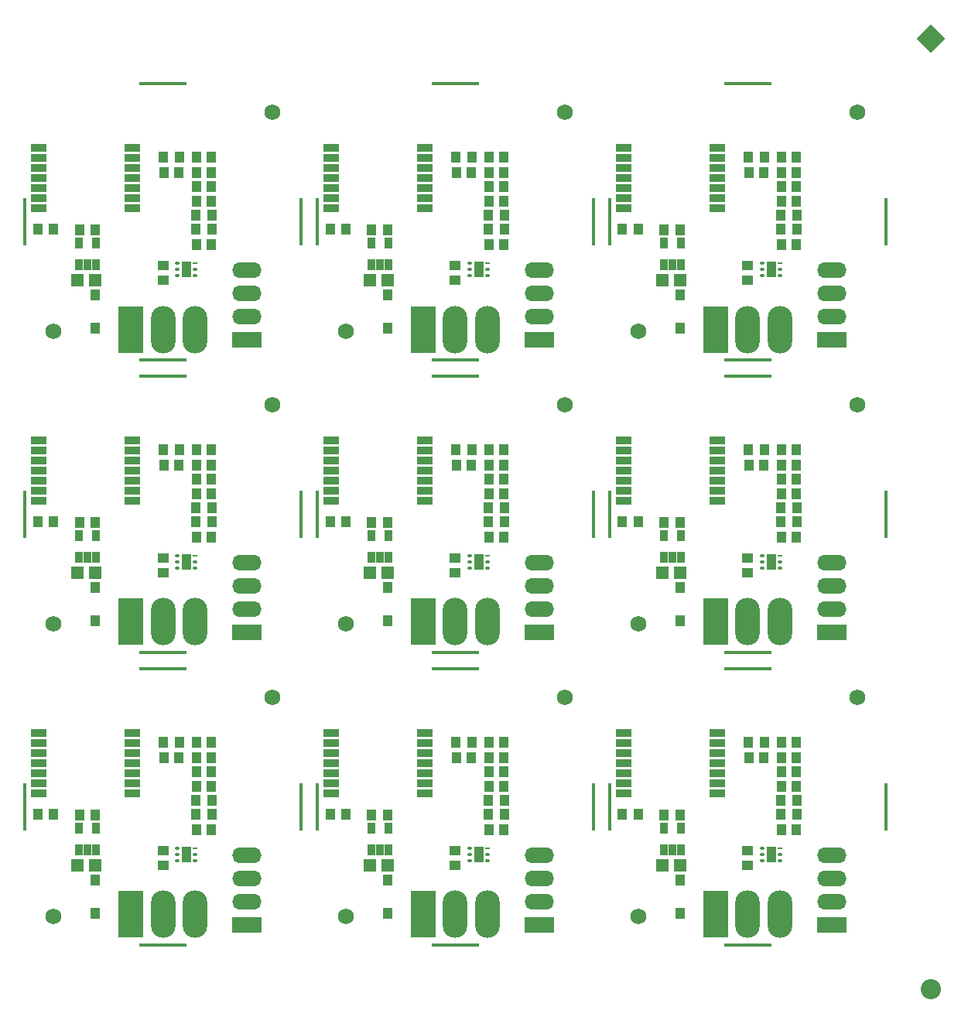
<source format=gbs>
G04*
G04 #@! TF.GenerationSoftware,Altium Limited,Altium Designer,23.5.1 (21)*
G04*
G04 Layer_Color=16711935*
%FSAX44Y44*%
%MOMM*%
G71*
G04*
G04 #@! TF.SameCoordinates,899CF12F-B0FD-4176-B9D3-CD2A61966E73*
G04*
G04*
G04 #@! TF.FilePolarity,Negative*
G04*
G01*
G75*
G04:AMPARAMS|DCode=24|XSize=0.5561mm|YSize=0.2925mm|CornerRadius=0.1462mm|HoleSize=0mm|Usage=FLASHONLY|Rotation=180.000|XOffset=0mm|YOffset=0mm|HoleType=Round|Shape=RoundedRectangle|*
%AMROUNDEDRECTD24*
21,1,0.5561,0.0000,0,0,180.0*
21,1,0.2636,0.2925,0,0,180.0*
1,1,0.2925,-0.1318,0.0000*
1,1,0.2925,0.1318,0.0000*
1,1,0.2925,0.1318,0.0000*
1,1,0.2925,-0.1318,0.0000*
%
%ADD24ROUNDEDRECTD24*%
%ADD25R,0.5561X0.2925*%
%ADD26R,1.1000X1.7000*%
%ADD40P,3.1158X4X270.0*%
%ADD41C,2.2032*%
%ADD43R,1.3032X1.0032*%
%ADD45C,0.4032*%
%ADD46C,1.7272*%
%ADD47O,2.7032X5.2032*%
%ADD48R,2.7032X5.2032*%
%ADD49R,0.8532X1.3032*%
%ADD50R,1.0032X1.1682*%
%ADD51R,1.3462X1.4732*%
%ADD52R,1.0032X1.3032*%
%ADD53R,1.0032X1.2032*%
%ADD54R,1.7032X0.9032*%
%ADD55R,3.2032X1.7032*%
%ADD56O,3.2032X1.7032*%
D24*
X00235718Y00174235D02*
D03*
Y00167736D02*
D03*
Y00161235D02*
D03*
X00255278D02*
D03*
Y00167736D02*
D03*
X00555718Y00174235D02*
D03*
Y00167736D02*
D03*
Y00161235D02*
D03*
X00575279D02*
D03*
Y00167736D02*
D03*
X00875718Y00174235D02*
D03*
Y00167736D02*
D03*
Y00161235D02*
D03*
X00895279D02*
D03*
Y00167736D02*
D03*
X00235718Y00494236D02*
D03*
Y00487736D02*
D03*
Y00481236D02*
D03*
X00255278D02*
D03*
Y00487736D02*
D03*
X00555718Y00494236D02*
D03*
Y00487736D02*
D03*
Y00481236D02*
D03*
X00575279D02*
D03*
Y00487736D02*
D03*
X00875718Y00494236D02*
D03*
Y00487736D02*
D03*
Y00481236D02*
D03*
X00895279D02*
D03*
Y00487736D02*
D03*
X00235718Y00814236D02*
D03*
Y00807736D02*
D03*
Y00801236D02*
D03*
X00255278D02*
D03*
Y00807736D02*
D03*
X00555718Y00814236D02*
D03*
Y00807736D02*
D03*
Y00801236D02*
D03*
X00575279D02*
D03*
Y00807736D02*
D03*
X00875718Y00814236D02*
D03*
Y00807736D02*
D03*
Y00801236D02*
D03*
X00895279D02*
D03*
Y00807736D02*
D03*
D25*
X00255278Y00174235D02*
D03*
X00575279D02*
D03*
X00895279D02*
D03*
X00255278Y00494236D02*
D03*
X00575279D02*
D03*
X00895279D02*
D03*
X00255278Y00814236D02*
D03*
X00575279D02*
D03*
X00895279D02*
D03*
D26*
X00245498Y00167736D02*
D03*
X00565499D02*
D03*
X00885499D02*
D03*
X00245498Y00487736D02*
D03*
X00565499D02*
D03*
X00885499D02*
D03*
X00245498Y00807736D02*
D03*
X00565499D02*
D03*
X00885499D02*
D03*
D40*
X01060000Y01060000D02*
D03*
D41*
X01060001Y00020000D02*
D03*
D43*
X00220000Y00155698D02*
D03*
Y00171698D02*
D03*
X00540000Y00155698D02*
D03*
Y00171698D02*
D03*
X00860001Y00155698D02*
D03*
Y00171698D02*
D03*
X00220000Y00475698D02*
D03*
Y00491698D02*
D03*
X00540000Y00475698D02*
D03*
Y00491698D02*
D03*
X00860001Y00475698D02*
D03*
Y00491698D02*
D03*
X00220000Y00795698D02*
D03*
Y00811698D02*
D03*
X00540000Y00795698D02*
D03*
Y00811698D02*
D03*
X00860001Y00795698D02*
D03*
Y00811698D02*
D03*
D45*
X00244000Y00370998D02*
D03*
X00241000D02*
D03*
X00238000Y00370998D02*
D03*
X00235000Y00370998D02*
D03*
X00232000D02*
D03*
X00229000Y00370998D02*
D03*
X00226000Y00370998D02*
D03*
X00223000D02*
D03*
X00220000D02*
D03*
X00217000D02*
D03*
X00214000Y00370998D02*
D03*
X00211000Y00370998D02*
D03*
X00202000D02*
D03*
X00205000Y00370998D02*
D03*
X00208000Y00370998D02*
D03*
X00199000Y00370998D02*
D03*
X00196000Y00370998D02*
D03*
X00196000Y00069002D02*
D03*
X00199000D02*
D03*
X00202000Y00069002D02*
D03*
X00205000Y00069002D02*
D03*
X00208000D02*
D03*
X00211000Y00069002D02*
D03*
X00214000Y00069002D02*
D03*
X00217000D02*
D03*
X00220000D02*
D03*
X00223000D02*
D03*
X00226000Y00069002D02*
D03*
X00229000Y00069002D02*
D03*
X00238000D02*
D03*
X00235000Y00069002D02*
D03*
X00232000Y00069002D02*
D03*
X00241000Y00069002D02*
D03*
X00244000Y00069002D02*
D03*
X00370998Y00196000D02*
D03*
Y00199000D02*
D03*
Y00202000D02*
D03*
Y00205000D02*
D03*
Y00208000D02*
D03*
Y00211000D02*
D03*
Y00214000D02*
D03*
Y00217000D02*
D03*
Y00220000D02*
D03*
Y00223000D02*
D03*
Y00226000D02*
D03*
Y00229000D02*
D03*
Y00238000D02*
D03*
Y00235000D02*
D03*
Y00232000D02*
D03*
Y00241000D02*
D03*
Y00244000D02*
D03*
X00069002Y00196000D02*
D03*
Y00199000D02*
D03*
Y00208000D02*
D03*
Y00205000D02*
D03*
Y00202000D02*
D03*
Y00211000D02*
D03*
Y00214000D02*
D03*
Y00217000D02*
D03*
Y00220000D02*
D03*
Y00223000D02*
D03*
Y00226000D02*
D03*
Y00229000D02*
D03*
Y00232000D02*
D03*
Y00235000D02*
D03*
Y00238000D02*
D03*
Y00241000D02*
D03*
Y00244000D02*
D03*
X00564000Y00370998D02*
D03*
X00561000D02*
D03*
X00558000Y00370998D02*
D03*
X00555000Y00370998D02*
D03*
X00552000D02*
D03*
X00549000Y00370998D02*
D03*
X00546000Y00370998D02*
D03*
X00543000D02*
D03*
X00540000D02*
D03*
X00537000D02*
D03*
X00534000Y00370998D02*
D03*
X00531000Y00370998D02*
D03*
X00522000D02*
D03*
X00525000Y00370998D02*
D03*
X00528000Y00370998D02*
D03*
X00519000Y00370998D02*
D03*
X00516000Y00370998D02*
D03*
X00516000Y00069002D02*
D03*
X00519000D02*
D03*
X00522000Y00069002D02*
D03*
X00525000Y00069002D02*
D03*
X00528000D02*
D03*
X00531000Y00069002D02*
D03*
X00534000Y00069002D02*
D03*
X00537000D02*
D03*
X00540000D02*
D03*
X00543000D02*
D03*
X00546000Y00069002D02*
D03*
X00549000Y00069002D02*
D03*
X00558000D02*
D03*
X00555000Y00069002D02*
D03*
X00552000Y00069002D02*
D03*
X00561000Y00069002D02*
D03*
X00564000Y00069002D02*
D03*
X00690998Y00196000D02*
D03*
Y00199000D02*
D03*
Y00202000D02*
D03*
Y00205000D02*
D03*
Y00208000D02*
D03*
Y00211000D02*
D03*
Y00214000D02*
D03*
Y00217000D02*
D03*
Y00220000D02*
D03*
Y00223000D02*
D03*
Y00226000D02*
D03*
Y00229000D02*
D03*
Y00238000D02*
D03*
Y00235000D02*
D03*
Y00232000D02*
D03*
Y00241000D02*
D03*
Y00244000D02*
D03*
X00389003Y00196000D02*
D03*
Y00199000D02*
D03*
Y00208000D02*
D03*
Y00205000D02*
D03*
Y00202000D02*
D03*
Y00211000D02*
D03*
Y00214000D02*
D03*
Y00217000D02*
D03*
Y00220000D02*
D03*
Y00223000D02*
D03*
Y00226000D02*
D03*
Y00229000D02*
D03*
Y00232000D02*
D03*
Y00235000D02*
D03*
Y00238000D02*
D03*
Y00241000D02*
D03*
Y00244000D02*
D03*
X00884001Y00370998D02*
D03*
X00881001D02*
D03*
X00878001Y00370998D02*
D03*
X00875001Y00370998D02*
D03*
X00872001D02*
D03*
X00869001Y00370998D02*
D03*
X00866001Y00370998D02*
D03*
X00863001D02*
D03*
X00860001D02*
D03*
X00857001D02*
D03*
X00854001Y00370998D02*
D03*
X00851001Y00370998D02*
D03*
X00842001D02*
D03*
X00845001Y00370998D02*
D03*
X00848001Y00370998D02*
D03*
X00839001Y00370998D02*
D03*
X00836001Y00370998D02*
D03*
X00836001Y00069002D02*
D03*
X00839001D02*
D03*
X00842001Y00069002D02*
D03*
X00845001Y00069002D02*
D03*
X00848001D02*
D03*
X00851001Y00069002D02*
D03*
X00854001Y00069002D02*
D03*
X00857001D02*
D03*
X00860001D02*
D03*
X00863001D02*
D03*
X00866001Y00069002D02*
D03*
X00869001Y00069002D02*
D03*
X00878001D02*
D03*
X00875001Y00069002D02*
D03*
X00872001Y00069002D02*
D03*
X00881001Y00069002D02*
D03*
X00884001Y00069002D02*
D03*
X01010998Y00196000D02*
D03*
Y00199000D02*
D03*
Y00202000D02*
D03*
Y00205000D02*
D03*
Y00208000D02*
D03*
Y00211000D02*
D03*
Y00214000D02*
D03*
Y00217000D02*
D03*
Y00220000D02*
D03*
Y00223000D02*
D03*
Y00226000D02*
D03*
Y00229000D02*
D03*
Y00238000D02*
D03*
Y00235000D02*
D03*
Y00232000D02*
D03*
Y00241000D02*
D03*
Y00244000D02*
D03*
X00709003Y00196000D02*
D03*
Y00199000D02*
D03*
Y00208000D02*
D03*
Y00205000D02*
D03*
Y00202000D02*
D03*
Y00211000D02*
D03*
Y00214000D02*
D03*
Y00217000D02*
D03*
Y00220000D02*
D03*
Y00223000D02*
D03*
Y00226000D02*
D03*
Y00229000D02*
D03*
Y00232000D02*
D03*
Y00235000D02*
D03*
Y00238000D02*
D03*
Y00241000D02*
D03*
Y00244000D02*
D03*
X00244000Y00690998D02*
D03*
X00241000D02*
D03*
X00238000Y00690998D02*
D03*
X00235000Y00690998D02*
D03*
X00232000D02*
D03*
X00229000Y00690998D02*
D03*
X00226000Y00690998D02*
D03*
X00223000D02*
D03*
X00220000D02*
D03*
X00217000D02*
D03*
X00214000Y00690998D02*
D03*
X00211000Y00690998D02*
D03*
X00202000D02*
D03*
X00205000Y00690998D02*
D03*
X00208000Y00690998D02*
D03*
X00199000Y00690998D02*
D03*
X00196000Y00690998D02*
D03*
X00196000Y00389002D02*
D03*
X00199000D02*
D03*
X00202000Y00389002D02*
D03*
X00205000Y00389002D02*
D03*
X00208000D02*
D03*
X00211000Y00389002D02*
D03*
X00214000Y00389002D02*
D03*
X00217000D02*
D03*
X00220000D02*
D03*
X00223000D02*
D03*
X00226000Y00389002D02*
D03*
X00229000Y00389002D02*
D03*
X00238000D02*
D03*
X00235000Y00389002D02*
D03*
X00232000Y00389002D02*
D03*
X00241000Y00389002D02*
D03*
X00244000Y00389002D02*
D03*
X00370998Y00516000D02*
D03*
Y00519000D02*
D03*
Y00522000D02*
D03*
Y00525000D02*
D03*
Y00528000D02*
D03*
Y00531000D02*
D03*
Y00534000D02*
D03*
Y00537000D02*
D03*
Y00540000D02*
D03*
Y00543000D02*
D03*
Y00546000D02*
D03*
Y00549000D02*
D03*
Y00558000D02*
D03*
Y00555000D02*
D03*
Y00552000D02*
D03*
Y00561000D02*
D03*
Y00564000D02*
D03*
X00069002Y00516000D02*
D03*
Y00519000D02*
D03*
Y00528000D02*
D03*
Y00525000D02*
D03*
Y00522000D02*
D03*
Y00531000D02*
D03*
Y00534000D02*
D03*
Y00537000D02*
D03*
Y00540000D02*
D03*
Y00543000D02*
D03*
Y00546000D02*
D03*
Y00549000D02*
D03*
Y00552000D02*
D03*
Y00555000D02*
D03*
Y00558000D02*
D03*
Y00561000D02*
D03*
Y00564000D02*
D03*
X00564000Y00690998D02*
D03*
X00561000D02*
D03*
X00558000Y00690998D02*
D03*
X00555000Y00690998D02*
D03*
X00552000D02*
D03*
X00549000Y00690998D02*
D03*
X00546000Y00690998D02*
D03*
X00543000D02*
D03*
X00540000D02*
D03*
X00537000D02*
D03*
X00534000Y00690998D02*
D03*
X00531000Y00690998D02*
D03*
X00522000D02*
D03*
X00525000Y00690998D02*
D03*
X00528000Y00690998D02*
D03*
X00519000Y00690998D02*
D03*
X00516000Y00690998D02*
D03*
X00516000Y00389002D02*
D03*
X00519000D02*
D03*
X00522000Y00389002D02*
D03*
X00525000Y00389002D02*
D03*
X00528000D02*
D03*
X00531000Y00389002D02*
D03*
X00534000Y00389002D02*
D03*
X00537000D02*
D03*
X00540000D02*
D03*
X00543000D02*
D03*
X00546000Y00389002D02*
D03*
X00549000Y00389002D02*
D03*
X00558000D02*
D03*
X00555000Y00389002D02*
D03*
X00552000Y00389002D02*
D03*
X00561000Y00389002D02*
D03*
X00564000Y00389002D02*
D03*
X00690998Y00516000D02*
D03*
Y00519000D02*
D03*
Y00522000D02*
D03*
Y00525000D02*
D03*
Y00528000D02*
D03*
Y00531000D02*
D03*
Y00534000D02*
D03*
Y00537000D02*
D03*
Y00540000D02*
D03*
Y00543000D02*
D03*
Y00546000D02*
D03*
Y00549000D02*
D03*
Y00558000D02*
D03*
Y00555000D02*
D03*
Y00552000D02*
D03*
Y00561000D02*
D03*
Y00564000D02*
D03*
X00389003Y00516000D02*
D03*
Y00519000D02*
D03*
Y00528000D02*
D03*
Y00525000D02*
D03*
Y00522000D02*
D03*
Y00531000D02*
D03*
Y00534000D02*
D03*
Y00537000D02*
D03*
Y00540000D02*
D03*
Y00543000D02*
D03*
Y00546000D02*
D03*
Y00549000D02*
D03*
Y00552000D02*
D03*
Y00555000D02*
D03*
Y00558000D02*
D03*
Y00561000D02*
D03*
Y00564000D02*
D03*
X00884001Y00690998D02*
D03*
X00881001D02*
D03*
X00878001Y00690998D02*
D03*
X00875001Y00690998D02*
D03*
X00872001D02*
D03*
X00869001Y00690998D02*
D03*
X00866001Y00690998D02*
D03*
X00863001D02*
D03*
X00860001D02*
D03*
X00857001D02*
D03*
X00854001Y00690998D02*
D03*
X00851001Y00690998D02*
D03*
X00842001D02*
D03*
X00845001Y00690998D02*
D03*
X00848001Y00690998D02*
D03*
X00839001Y00690998D02*
D03*
X00836001Y00690998D02*
D03*
X00836001Y00389002D02*
D03*
X00839001D02*
D03*
X00842001Y00389002D02*
D03*
X00845001Y00389002D02*
D03*
X00848001D02*
D03*
X00851001Y00389002D02*
D03*
X00854001Y00389002D02*
D03*
X00857001D02*
D03*
X00860001D02*
D03*
X00863001D02*
D03*
X00866001Y00389002D02*
D03*
X00869001Y00389002D02*
D03*
X00878001D02*
D03*
X00875001Y00389002D02*
D03*
X00872001Y00389002D02*
D03*
X00881001Y00389002D02*
D03*
X00884001Y00389002D02*
D03*
X01010998Y00516000D02*
D03*
Y00519000D02*
D03*
Y00522000D02*
D03*
Y00525000D02*
D03*
Y00528000D02*
D03*
Y00531000D02*
D03*
Y00534000D02*
D03*
Y00537000D02*
D03*
Y00540000D02*
D03*
Y00543000D02*
D03*
Y00546000D02*
D03*
Y00549000D02*
D03*
Y00558000D02*
D03*
Y00555000D02*
D03*
Y00552000D02*
D03*
Y00561000D02*
D03*
Y00564000D02*
D03*
X00709003Y00516000D02*
D03*
Y00519000D02*
D03*
Y00528000D02*
D03*
Y00525000D02*
D03*
Y00522000D02*
D03*
Y00531000D02*
D03*
Y00534000D02*
D03*
Y00537000D02*
D03*
Y00540000D02*
D03*
Y00543000D02*
D03*
Y00546000D02*
D03*
Y00549000D02*
D03*
Y00552000D02*
D03*
Y00555000D02*
D03*
Y00558000D02*
D03*
Y00561000D02*
D03*
Y00564000D02*
D03*
X00244000Y01010998D02*
D03*
X00241000D02*
D03*
X00238000Y01010998D02*
D03*
X00235000Y01010998D02*
D03*
X00232000D02*
D03*
X00229000Y01010998D02*
D03*
X00226000Y01010998D02*
D03*
X00223000D02*
D03*
X00220000D02*
D03*
X00217000D02*
D03*
X00214000Y01010998D02*
D03*
X00211000Y01010998D02*
D03*
X00202000D02*
D03*
X00205000Y01010998D02*
D03*
X00208000Y01010998D02*
D03*
X00199000Y01010998D02*
D03*
X00196000Y01010998D02*
D03*
X00196000Y00709003D02*
D03*
X00199000D02*
D03*
X00202000Y00709003D02*
D03*
X00205000Y00709003D02*
D03*
X00208000D02*
D03*
X00211000Y00709003D02*
D03*
X00214000Y00709003D02*
D03*
X00217000D02*
D03*
X00220000D02*
D03*
X00223000D02*
D03*
X00226000Y00709003D02*
D03*
X00229000Y00709003D02*
D03*
X00238000D02*
D03*
X00235000Y00709003D02*
D03*
X00232000Y00709003D02*
D03*
X00241000Y00709003D02*
D03*
X00244000Y00709003D02*
D03*
X00370998Y00836001D02*
D03*
Y00839000D02*
D03*
Y00842001D02*
D03*
Y00845001D02*
D03*
Y00848000D02*
D03*
Y00851001D02*
D03*
Y00854000D02*
D03*
Y00857000D02*
D03*
Y00860000D02*
D03*
Y00863000D02*
D03*
Y00866000D02*
D03*
Y00869000D02*
D03*
Y00878000D02*
D03*
Y00875000D02*
D03*
Y00872000D02*
D03*
Y00881000D02*
D03*
Y00884000D02*
D03*
X00069002Y00836001D02*
D03*
Y00839000D02*
D03*
Y00848000D02*
D03*
Y00845001D02*
D03*
Y00842001D02*
D03*
Y00851001D02*
D03*
Y00854000D02*
D03*
Y00857000D02*
D03*
Y00860000D02*
D03*
Y00863000D02*
D03*
Y00866000D02*
D03*
Y00869000D02*
D03*
Y00872000D02*
D03*
Y00875000D02*
D03*
Y00878000D02*
D03*
Y00881000D02*
D03*
Y00884000D02*
D03*
X00564000Y01010998D02*
D03*
X00561000D02*
D03*
X00558000Y01010998D02*
D03*
X00555000Y01010998D02*
D03*
X00552000D02*
D03*
X00549000Y01010998D02*
D03*
X00546000Y01010998D02*
D03*
X00543000D02*
D03*
X00540000D02*
D03*
X00537000D02*
D03*
X00534000Y01010998D02*
D03*
X00531000Y01010998D02*
D03*
X00522000D02*
D03*
X00525000Y01010998D02*
D03*
X00528000Y01010998D02*
D03*
X00519000Y01010998D02*
D03*
X00516000Y01010998D02*
D03*
X00516000Y00709003D02*
D03*
X00519000D02*
D03*
X00522000Y00709003D02*
D03*
X00525000Y00709003D02*
D03*
X00528000D02*
D03*
X00531000Y00709003D02*
D03*
X00534000Y00709003D02*
D03*
X00537000D02*
D03*
X00540000D02*
D03*
X00543000D02*
D03*
X00546000Y00709003D02*
D03*
X00549000Y00709003D02*
D03*
X00558000D02*
D03*
X00555000Y00709003D02*
D03*
X00552000Y00709003D02*
D03*
X00561000Y00709003D02*
D03*
X00564000Y00709003D02*
D03*
X00690998Y00836001D02*
D03*
Y00839000D02*
D03*
Y00842001D02*
D03*
Y00845001D02*
D03*
Y00848000D02*
D03*
Y00851001D02*
D03*
Y00854000D02*
D03*
Y00857000D02*
D03*
Y00860000D02*
D03*
Y00863000D02*
D03*
Y00866000D02*
D03*
Y00869000D02*
D03*
Y00878000D02*
D03*
Y00875000D02*
D03*
Y00872000D02*
D03*
Y00881000D02*
D03*
Y00884000D02*
D03*
X00389003Y00836001D02*
D03*
Y00839000D02*
D03*
Y00848000D02*
D03*
Y00845001D02*
D03*
Y00842001D02*
D03*
Y00851001D02*
D03*
Y00854000D02*
D03*
Y00857000D02*
D03*
Y00860000D02*
D03*
Y00863000D02*
D03*
Y00866000D02*
D03*
Y00869000D02*
D03*
Y00872000D02*
D03*
Y00875000D02*
D03*
Y00878000D02*
D03*
Y00881000D02*
D03*
Y00884000D02*
D03*
X00884001Y01010998D02*
D03*
X00881001D02*
D03*
X00878001Y01010998D02*
D03*
X00875001Y01010998D02*
D03*
X00872001D02*
D03*
X00869001Y01010998D02*
D03*
X00866001Y01010998D02*
D03*
X00863001D02*
D03*
X00860001D02*
D03*
X00857001D02*
D03*
X00854001Y01010998D02*
D03*
X00851001Y01010998D02*
D03*
X00842001D02*
D03*
X00845001Y01010998D02*
D03*
X00848001Y01010998D02*
D03*
X00839001Y01010998D02*
D03*
X00836001Y01010998D02*
D03*
X00836001Y00709003D02*
D03*
X00839001D02*
D03*
X00842001Y00709003D02*
D03*
X00845001Y00709003D02*
D03*
X00848001D02*
D03*
X00851001Y00709003D02*
D03*
X00854001Y00709003D02*
D03*
X00857001D02*
D03*
X00860001D02*
D03*
X00863001D02*
D03*
X00866001Y00709003D02*
D03*
X00869001Y00709003D02*
D03*
X00878001D02*
D03*
X00875001Y00709003D02*
D03*
X00872001Y00709003D02*
D03*
X00881001Y00709003D02*
D03*
X00884001Y00709003D02*
D03*
X01010998Y00836001D02*
D03*
Y00839000D02*
D03*
Y00842001D02*
D03*
Y00845001D02*
D03*
Y00848000D02*
D03*
Y00851001D02*
D03*
Y00854000D02*
D03*
Y00857000D02*
D03*
Y00860000D02*
D03*
Y00863000D02*
D03*
Y00866000D02*
D03*
Y00869000D02*
D03*
Y00878000D02*
D03*
Y00875000D02*
D03*
Y00872000D02*
D03*
Y00881000D02*
D03*
Y00884000D02*
D03*
X00709003Y00836001D02*
D03*
Y00839000D02*
D03*
Y00848000D02*
D03*
Y00845001D02*
D03*
Y00842001D02*
D03*
Y00851001D02*
D03*
Y00854000D02*
D03*
Y00857000D02*
D03*
Y00860000D02*
D03*
Y00863000D02*
D03*
Y00866000D02*
D03*
Y00869000D02*
D03*
Y00872000D02*
D03*
Y00875000D02*
D03*
Y00878000D02*
D03*
Y00881000D02*
D03*
Y00884000D02*
D03*
D46*
X00100000Y00100000D02*
D03*
X00340000Y00340000D02*
D03*
X00420000Y00100000D02*
D03*
X00660001Y00340000D02*
D03*
X00740001Y00100000D02*
D03*
X00980001Y00340000D02*
D03*
X00100000Y00420000D02*
D03*
X00340000Y00660001D02*
D03*
X00420000Y00420000D02*
D03*
X00660001Y00660001D02*
D03*
X00740001Y00420000D02*
D03*
X00980001Y00660001D02*
D03*
X00100000Y00740000D02*
D03*
X00340000Y00980001D02*
D03*
X00420000Y00740000D02*
D03*
X00660001Y00980001D02*
D03*
X00740001Y00740000D02*
D03*
X00980001Y00980001D02*
D03*
D47*
X00255000Y00102164D02*
D03*
X00220000D02*
D03*
X00575000D02*
D03*
X00540000D02*
D03*
X00895001D02*
D03*
X00860001D02*
D03*
X00255000Y00422164D02*
D03*
X00220000D02*
D03*
X00575000D02*
D03*
X00540000D02*
D03*
X00895001D02*
D03*
X00860001D02*
D03*
X00255000Y00742164D02*
D03*
X00220000D02*
D03*
X00575000D02*
D03*
X00540000D02*
D03*
X00895001D02*
D03*
X00860001D02*
D03*
D48*
X00185000Y00102164D02*
D03*
X00505000D02*
D03*
X00825001D02*
D03*
X00185000Y00422164D02*
D03*
X00505000D02*
D03*
X00825001D02*
D03*
X00185000Y00742164D02*
D03*
X00505000D02*
D03*
X00825001D02*
D03*
D49*
X00146810Y00172676D02*
D03*
X00137310Y00172675D02*
D03*
X00127810Y00172676D02*
D03*
Y00196675D02*
D03*
X00146810Y00196676D02*
D03*
X00466810Y00172676D02*
D03*
X00457310Y00172675D02*
D03*
X00447811Y00172676D02*
D03*
Y00196675D02*
D03*
X00466810Y00196676D02*
D03*
X00786811Y00172676D02*
D03*
X00777311Y00172675D02*
D03*
X00767811Y00172676D02*
D03*
Y00196675D02*
D03*
X00786811Y00196676D02*
D03*
X00146810Y00492676D02*
D03*
X00137310Y00492676D02*
D03*
X00127810Y00492676D02*
D03*
Y00516676D02*
D03*
X00146810Y00516676D02*
D03*
X00466810Y00492676D02*
D03*
X00457310Y00492676D02*
D03*
X00447811Y00492676D02*
D03*
Y00516676D02*
D03*
X00466810Y00516676D02*
D03*
X00786811Y00492676D02*
D03*
X00777311Y00492676D02*
D03*
X00767811Y00492676D02*
D03*
Y00516676D02*
D03*
X00786811Y00516676D02*
D03*
X00146810Y00812676D02*
D03*
X00137310Y00812676D02*
D03*
X00127810Y00812676D02*
D03*
Y00836676D02*
D03*
X00146810Y00836676D02*
D03*
X00466810Y00812676D02*
D03*
X00457310Y00812676D02*
D03*
X00447811Y00812676D02*
D03*
Y00836676D02*
D03*
X00466810Y00836676D02*
D03*
X00786811Y00812676D02*
D03*
X00777311Y00812676D02*
D03*
X00767811Y00812676D02*
D03*
Y00836676D02*
D03*
X00786811Y00836676D02*
D03*
D50*
X00146060Y00210776D02*
D03*
X00128560Y00210776D02*
D03*
X00238154Y00290366D02*
D03*
X00220654D02*
D03*
X00256220Y00211626D02*
D03*
X00273720D02*
D03*
X00082888Y00211625D02*
D03*
X00100388D02*
D03*
X00273720Y00226866D02*
D03*
X00256220D02*
D03*
X00466060Y00210776D02*
D03*
X00448560Y00210776D02*
D03*
X00558154Y00290366D02*
D03*
X00540654D02*
D03*
X00576221Y00211626D02*
D03*
X00593721D02*
D03*
X00402888Y00211625D02*
D03*
X00420388D02*
D03*
X00593721Y00226866D02*
D03*
X00576221D02*
D03*
X00786061Y00210776D02*
D03*
X00768561Y00210776D02*
D03*
X00878155Y00290366D02*
D03*
X00860655D02*
D03*
X00896221Y00211626D02*
D03*
X00913721D02*
D03*
X00722888Y00211625D02*
D03*
X00740388D02*
D03*
X00913721Y00226866D02*
D03*
X00896221D02*
D03*
X00146060Y00530776D02*
D03*
X00128560Y00530776D02*
D03*
X00238154Y00610366D02*
D03*
X00220654D02*
D03*
X00256220Y00531626D02*
D03*
X00273720D02*
D03*
X00082888Y00531626D02*
D03*
X00100388D02*
D03*
X00273720Y00546866D02*
D03*
X00256220D02*
D03*
X00466060Y00530776D02*
D03*
X00448560Y00530776D02*
D03*
X00558154Y00610366D02*
D03*
X00540654D02*
D03*
X00576221Y00531626D02*
D03*
X00593721D02*
D03*
X00402888Y00531626D02*
D03*
X00420388D02*
D03*
X00593721Y00546866D02*
D03*
X00576221D02*
D03*
X00786061Y00530776D02*
D03*
X00768561Y00530776D02*
D03*
X00878155Y00610366D02*
D03*
X00860655D02*
D03*
X00896221Y00531626D02*
D03*
X00913721D02*
D03*
X00722888Y00531626D02*
D03*
X00740388D02*
D03*
X00913721Y00546866D02*
D03*
X00896221D02*
D03*
X00146060Y00850776D02*
D03*
X00128560Y00850776D02*
D03*
X00238154Y00930366D02*
D03*
X00220654D02*
D03*
X00256220Y00851626D02*
D03*
X00273720D02*
D03*
X00082888Y00851626D02*
D03*
X00100388D02*
D03*
X00273720Y00866866D02*
D03*
X00256220D02*
D03*
X00466060Y00850776D02*
D03*
X00448560Y00850776D02*
D03*
X00558154Y00930366D02*
D03*
X00540654D02*
D03*
X00576221Y00851626D02*
D03*
X00593721D02*
D03*
X00402888Y00851626D02*
D03*
X00420388D02*
D03*
X00593721Y00866866D02*
D03*
X00576221D02*
D03*
X00786061Y00850776D02*
D03*
X00768561Y00850776D02*
D03*
X00878155Y00930366D02*
D03*
X00860655D02*
D03*
X00896221Y00851626D02*
D03*
X00913721D02*
D03*
X00722888Y00851626D02*
D03*
X00740388D02*
D03*
X00913721Y00866866D02*
D03*
X00896221D02*
D03*
D51*
X00146231Y00156080D02*
D03*
X00126231D02*
D03*
X00466232D02*
D03*
X00446232D02*
D03*
X00786232D02*
D03*
X00766232D02*
D03*
X00146231Y00476080D02*
D03*
X00126231D02*
D03*
X00466232D02*
D03*
X00446232D02*
D03*
X00786232D02*
D03*
X00766232D02*
D03*
X00146231Y00796080D02*
D03*
X00126231D02*
D03*
X00466232D02*
D03*
X00446232D02*
D03*
X00786232D02*
D03*
X00766232D02*
D03*
D52*
X00272970Y00290366D02*
D03*
X00256970D02*
D03*
X00221410Y00273856D02*
D03*
X00237410D02*
D03*
X00272970D02*
D03*
X00256970D02*
D03*
X00272970Y00242106D02*
D03*
X00256970D02*
D03*
X00272970Y00258616D02*
D03*
X00256970D02*
D03*
X00272970Y00195116D02*
D03*
X00256970D02*
D03*
X00592971Y00290366D02*
D03*
X00576970D02*
D03*
X00541410Y00273856D02*
D03*
X00557411D02*
D03*
X00592971D02*
D03*
X00576970D02*
D03*
X00592971Y00242106D02*
D03*
X00576970D02*
D03*
X00592971Y00258616D02*
D03*
X00576970D02*
D03*
X00592971Y00195116D02*
D03*
X00576970D02*
D03*
X00912971Y00290366D02*
D03*
X00896971D02*
D03*
X00861411Y00273856D02*
D03*
X00877411D02*
D03*
X00912971D02*
D03*
X00896971D02*
D03*
X00912971Y00242106D02*
D03*
X00896971D02*
D03*
X00912971Y00258616D02*
D03*
X00896971D02*
D03*
X00912971Y00195116D02*
D03*
X00896971D02*
D03*
X00272970Y00610366D02*
D03*
X00256970D02*
D03*
X00221410Y00593856D02*
D03*
X00237410D02*
D03*
X00272970D02*
D03*
X00256970D02*
D03*
X00272970Y00562106D02*
D03*
X00256970D02*
D03*
X00272970Y00578616D02*
D03*
X00256970D02*
D03*
X00272970Y00515116D02*
D03*
X00256970D02*
D03*
X00592971Y00610366D02*
D03*
X00576970D02*
D03*
X00541410Y00593856D02*
D03*
X00557411D02*
D03*
X00592971D02*
D03*
X00576970D02*
D03*
X00592971Y00562106D02*
D03*
X00576970D02*
D03*
X00592971Y00578616D02*
D03*
X00576970D02*
D03*
X00592971Y00515116D02*
D03*
X00576970D02*
D03*
X00912971Y00610366D02*
D03*
X00896971D02*
D03*
X00861411Y00593856D02*
D03*
X00877411D02*
D03*
X00912971D02*
D03*
X00896971D02*
D03*
X00912971Y00562106D02*
D03*
X00896971D02*
D03*
X00912971Y00578616D02*
D03*
X00896971D02*
D03*
X00912971Y00515116D02*
D03*
X00896971D02*
D03*
X00272970Y00930366D02*
D03*
X00256970D02*
D03*
X00221410Y00913856D02*
D03*
X00237410D02*
D03*
X00272970D02*
D03*
X00256970D02*
D03*
X00272970Y00882106D02*
D03*
X00256970D02*
D03*
X00272970Y00898616D02*
D03*
X00256970D02*
D03*
X00272970Y00835116D02*
D03*
X00256970D02*
D03*
X00592971Y00930366D02*
D03*
X00576970D02*
D03*
X00541410Y00913856D02*
D03*
X00557411D02*
D03*
X00592971D02*
D03*
X00576970D02*
D03*
X00592971Y00882106D02*
D03*
X00576970D02*
D03*
X00592971Y00898616D02*
D03*
X00576970D02*
D03*
X00592971Y00835116D02*
D03*
X00576970D02*
D03*
X00912971Y00930366D02*
D03*
X00896971D02*
D03*
X00861411Y00913856D02*
D03*
X00877411D02*
D03*
X00912971D02*
D03*
X00896971D02*
D03*
X00912971Y00882106D02*
D03*
X00896971D02*
D03*
X00912971Y00898616D02*
D03*
X00896971D02*
D03*
X00912971Y00835116D02*
D03*
X00896971D02*
D03*
D53*
X00145590Y00103456D02*
D03*
Y00139456D02*
D03*
X00465591Y00103456D02*
D03*
Y00139456D02*
D03*
X00785591Y00103456D02*
D03*
Y00139456D02*
D03*
X00145590Y00423456D02*
D03*
Y00459456D02*
D03*
X00465591Y00423456D02*
D03*
Y00459456D02*
D03*
X00785591Y00423456D02*
D03*
Y00459456D02*
D03*
X00145590Y00743456D02*
D03*
Y00779456D02*
D03*
X00465591Y00743456D02*
D03*
Y00779456D02*
D03*
X00785591Y00743456D02*
D03*
Y00779456D02*
D03*
D54*
X00186230Y00300526D02*
D03*
Y00289526D02*
D03*
Y00278526D02*
D03*
Y00267526D02*
D03*
Y00256526D02*
D03*
Y00245526D02*
D03*
Y00234526D02*
D03*
X00084230D02*
D03*
Y00245526D02*
D03*
Y00256526D02*
D03*
Y00267526D02*
D03*
Y00278526D02*
D03*
Y00289526D02*
D03*
Y00300526D02*
D03*
X00506230D02*
D03*
Y00289526D02*
D03*
Y00278526D02*
D03*
Y00267526D02*
D03*
Y00256526D02*
D03*
Y00245526D02*
D03*
Y00234526D02*
D03*
X00404230D02*
D03*
Y00245526D02*
D03*
Y00256526D02*
D03*
Y00267526D02*
D03*
Y00278526D02*
D03*
Y00289526D02*
D03*
Y00300526D02*
D03*
X00826231D02*
D03*
Y00289526D02*
D03*
Y00278526D02*
D03*
Y00267526D02*
D03*
Y00256526D02*
D03*
Y00245526D02*
D03*
Y00234526D02*
D03*
X00724231D02*
D03*
Y00245526D02*
D03*
Y00256526D02*
D03*
Y00267526D02*
D03*
Y00278526D02*
D03*
Y00289526D02*
D03*
Y00300526D02*
D03*
X00186230Y00620526D02*
D03*
Y00609526D02*
D03*
Y00598526D02*
D03*
Y00587526D02*
D03*
Y00576526D02*
D03*
Y00565526D02*
D03*
Y00554526D02*
D03*
X00084230D02*
D03*
Y00565526D02*
D03*
Y00576526D02*
D03*
Y00587526D02*
D03*
Y00598526D02*
D03*
Y00609526D02*
D03*
Y00620526D02*
D03*
X00506230D02*
D03*
Y00609526D02*
D03*
Y00598526D02*
D03*
Y00587526D02*
D03*
Y00576526D02*
D03*
Y00565526D02*
D03*
Y00554526D02*
D03*
X00404230D02*
D03*
Y00565526D02*
D03*
Y00576526D02*
D03*
Y00587526D02*
D03*
Y00598526D02*
D03*
Y00609526D02*
D03*
Y00620526D02*
D03*
X00826231D02*
D03*
Y00609526D02*
D03*
Y00598526D02*
D03*
Y00587526D02*
D03*
Y00576526D02*
D03*
Y00565526D02*
D03*
Y00554526D02*
D03*
X00724231D02*
D03*
Y00565526D02*
D03*
Y00576526D02*
D03*
Y00587526D02*
D03*
Y00598526D02*
D03*
Y00609526D02*
D03*
Y00620526D02*
D03*
X00186230Y00940526D02*
D03*
Y00929526D02*
D03*
Y00918526D02*
D03*
Y00907526D02*
D03*
Y00896526D02*
D03*
Y00885526D02*
D03*
Y00874526D02*
D03*
X00084230D02*
D03*
Y00885526D02*
D03*
Y00896526D02*
D03*
Y00907526D02*
D03*
Y00918526D02*
D03*
Y00929526D02*
D03*
Y00940526D02*
D03*
X00506230D02*
D03*
Y00929526D02*
D03*
Y00918526D02*
D03*
Y00907526D02*
D03*
Y00896526D02*
D03*
Y00885526D02*
D03*
Y00874526D02*
D03*
X00404230D02*
D03*
Y00885526D02*
D03*
Y00896526D02*
D03*
Y00907526D02*
D03*
Y00918526D02*
D03*
Y00929526D02*
D03*
Y00940526D02*
D03*
X00826231D02*
D03*
Y00929526D02*
D03*
Y00918526D02*
D03*
Y00907526D02*
D03*
Y00896526D02*
D03*
Y00885526D02*
D03*
Y00874526D02*
D03*
X00724231D02*
D03*
Y00885526D02*
D03*
Y00896526D02*
D03*
Y00907526D02*
D03*
Y00918526D02*
D03*
Y00929526D02*
D03*
Y00940526D02*
D03*
D55*
X00311960Y00090976D02*
D03*
X00631960D02*
D03*
X00951961D02*
D03*
X00311960Y00410976D02*
D03*
X00631960D02*
D03*
X00951961D02*
D03*
X00311960Y00730976D02*
D03*
X00631960D02*
D03*
X00951961D02*
D03*
D56*
X00311960Y00116376D02*
D03*
Y00141776D02*
D03*
Y00167176D02*
D03*
X00631960Y00116376D02*
D03*
Y00141776D02*
D03*
Y00167176D02*
D03*
X00951961Y00116376D02*
D03*
Y00141776D02*
D03*
Y00167176D02*
D03*
X00311960Y00436376D02*
D03*
Y00461776D02*
D03*
Y00487176D02*
D03*
X00631960Y00436376D02*
D03*
Y00461776D02*
D03*
Y00487176D02*
D03*
X00951961Y00436376D02*
D03*
Y00461776D02*
D03*
Y00487176D02*
D03*
X00311960Y00756376D02*
D03*
Y00781776D02*
D03*
Y00807176D02*
D03*
X00631960Y00756376D02*
D03*
Y00781776D02*
D03*
Y00807176D02*
D03*
X00951961Y00756376D02*
D03*
Y00781776D02*
D03*
Y00807176D02*
D03*
M02*

</source>
